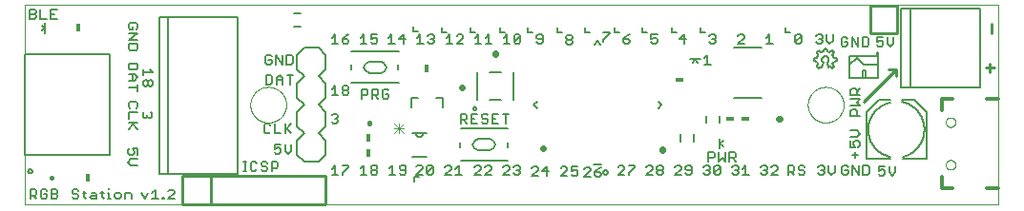
<source format=gto>
G75*
%MOIN*%
%OFA0B0*%
%FSLAX25Y25*%
%IPPOS*%
%LPD*%
%AMOC8*
5,1,8,0,0,1.08239X$1,22.5*
%
%ADD10C,0.00000*%
%ADD11C,0.01000*%
%ADD12C,0.00700*%
%ADD13C,0.02200*%
%ADD14R,0.03000X0.01800*%
%ADD15C,0.00800*%
%ADD16R,0.01800X0.03000*%
%ADD17C,0.00600*%
%ADD18C,0.00500*%
%ADD19C,0.00300*%
%ADD20C,0.01500*%
%ADD21R,0.01500X0.03000*%
%ADD22C,0.01200*%
%ADD23C,0.00799*%
D10*
X0016926Y0012600D02*
X0016926Y0082600D01*
X0356926Y0082600D01*
X0356926Y0012600D01*
X0016926Y0012600D01*
X0095676Y0047600D02*
X0095678Y0047758D01*
X0095684Y0047915D01*
X0095694Y0048073D01*
X0095708Y0048230D01*
X0095726Y0048386D01*
X0095747Y0048543D01*
X0095773Y0048698D01*
X0095803Y0048853D01*
X0095836Y0049007D01*
X0095874Y0049160D01*
X0095915Y0049313D01*
X0095960Y0049464D01*
X0096009Y0049614D01*
X0096062Y0049762D01*
X0096118Y0049910D01*
X0096179Y0050055D01*
X0096242Y0050200D01*
X0096310Y0050342D01*
X0096381Y0050483D01*
X0096455Y0050622D01*
X0096533Y0050759D01*
X0096615Y0050894D01*
X0096699Y0051027D01*
X0096788Y0051158D01*
X0096879Y0051286D01*
X0096974Y0051413D01*
X0097071Y0051536D01*
X0097172Y0051658D01*
X0097276Y0051776D01*
X0097383Y0051892D01*
X0097493Y0052005D01*
X0097605Y0052116D01*
X0097721Y0052223D01*
X0097839Y0052328D01*
X0097959Y0052430D01*
X0098082Y0052528D01*
X0098208Y0052624D01*
X0098336Y0052716D01*
X0098466Y0052805D01*
X0098598Y0052891D01*
X0098733Y0052973D01*
X0098870Y0053052D01*
X0099008Y0053127D01*
X0099148Y0053199D01*
X0099291Y0053267D01*
X0099434Y0053332D01*
X0099580Y0053393D01*
X0099727Y0053450D01*
X0099875Y0053504D01*
X0100025Y0053554D01*
X0100175Y0053600D01*
X0100327Y0053642D01*
X0100480Y0053681D01*
X0100634Y0053715D01*
X0100789Y0053746D01*
X0100944Y0053772D01*
X0101100Y0053795D01*
X0101257Y0053814D01*
X0101414Y0053829D01*
X0101571Y0053840D01*
X0101729Y0053847D01*
X0101887Y0053850D01*
X0102044Y0053849D01*
X0102202Y0053844D01*
X0102359Y0053835D01*
X0102517Y0053822D01*
X0102673Y0053805D01*
X0102830Y0053784D01*
X0102985Y0053760D01*
X0103140Y0053731D01*
X0103295Y0053698D01*
X0103448Y0053662D01*
X0103601Y0053621D01*
X0103752Y0053577D01*
X0103902Y0053529D01*
X0104051Y0053478D01*
X0104199Y0053422D01*
X0104345Y0053363D01*
X0104490Y0053300D01*
X0104633Y0053233D01*
X0104774Y0053163D01*
X0104913Y0053090D01*
X0105051Y0053013D01*
X0105187Y0052932D01*
X0105320Y0052848D01*
X0105451Y0052761D01*
X0105580Y0052670D01*
X0105707Y0052576D01*
X0105832Y0052479D01*
X0105953Y0052379D01*
X0106073Y0052276D01*
X0106189Y0052170D01*
X0106303Y0052061D01*
X0106415Y0051949D01*
X0106523Y0051835D01*
X0106628Y0051717D01*
X0106731Y0051597D01*
X0106830Y0051475D01*
X0106926Y0051350D01*
X0107019Y0051222D01*
X0107109Y0051093D01*
X0107195Y0050961D01*
X0107279Y0050827D01*
X0107358Y0050691D01*
X0107435Y0050553D01*
X0107507Y0050413D01*
X0107576Y0050271D01*
X0107642Y0050128D01*
X0107704Y0049983D01*
X0107762Y0049836D01*
X0107817Y0049688D01*
X0107868Y0049539D01*
X0107915Y0049388D01*
X0107958Y0049237D01*
X0107997Y0049084D01*
X0108033Y0048930D01*
X0108064Y0048776D01*
X0108092Y0048621D01*
X0108116Y0048465D01*
X0108136Y0048308D01*
X0108152Y0048151D01*
X0108164Y0047994D01*
X0108172Y0047837D01*
X0108176Y0047679D01*
X0108176Y0047521D01*
X0108172Y0047363D01*
X0108164Y0047206D01*
X0108152Y0047049D01*
X0108136Y0046892D01*
X0108116Y0046735D01*
X0108092Y0046579D01*
X0108064Y0046424D01*
X0108033Y0046270D01*
X0107997Y0046116D01*
X0107958Y0045963D01*
X0107915Y0045812D01*
X0107868Y0045661D01*
X0107817Y0045512D01*
X0107762Y0045364D01*
X0107704Y0045217D01*
X0107642Y0045072D01*
X0107576Y0044929D01*
X0107507Y0044787D01*
X0107435Y0044647D01*
X0107358Y0044509D01*
X0107279Y0044373D01*
X0107195Y0044239D01*
X0107109Y0044107D01*
X0107019Y0043978D01*
X0106926Y0043850D01*
X0106830Y0043725D01*
X0106731Y0043603D01*
X0106628Y0043483D01*
X0106523Y0043365D01*
X0106415Y0043251D01*
X0106303Y0043139D01*
X0106189Y0043030D01*
X0106073Y0042924D01*
X0105953Y0042821D01*
X0105832Y0042721D01*
X0105707Y0042624D01*
X0105580Y0042530D01*
X0105451Y0042439D01*
X0105320Y0042352D01*
X0105187Y0042268D01*
X0105051Y0042187D01*
X0104913Y0042110D01*
X0104774Y0042037D01*
X0104633Y0041967D01*
X0104490Y0041900D01*
X0104345Y0041837D01*
X0104199Y0041778D01*
X0104051Y0041722D01*
X0103902Y0041671D01*
X0103752Y0041623D01*
X0103601Y0041579D01*
X0103448Y0041538D01*
X0103295Y0041502D01*
X0103140Y0041469D01*
X0102985Y0041440D01*
X0102830Y0041416D01*
X0102673Y0041395D01*
X0102517Y0041378D01*
X0102359Y0041365D01*
X0102202Y0041356D01*
X0102044Y0041351D01*
X0101887Y0041350D01*
X0101729Y0041353D01*
X0101571Y0041360D01*
X0101414Y0041371D01*
X0101257Y0041386D01*
X0101100Y0041405D01*
X0100944Y0041428D01*
X0100789Y0041454D01*
X0100634Y0041485D01*
X0100480Y0041519D01*
X0100327Y0041558D01*
X0100175Y0041600D01*
X0100025Y0041646D01*
X0099875Y0041696D01*
X0099727Y0041750D01*
X0099580Y0041807D01*
X0099434Y0041868D01*
X0099291Y0041933D01*
X0099148Y0042001D01*
X0099008Y0042073D01*
X0098870Y0042148D01*
X0098733Y0042227D01*
X0098598Y0042309D01*
X0098466Y0042395D01*
X0098336Y0042484D01*
X0098208Y0042576D01*
X0098082Y0042672D01*
X0097959Y0042770D01*
X0097839Y0042872D01*
X0097721Y0042977D01*
X0097605Y0043084D01*
X0097493Y0043195D01*
X0097383Y0043308D01*
X0097276Y0043424D01*
X0097172Y0043542D01*
X0097071Y0043664D01*
X0096974Y0043787D01*
X0096879Y0043914D01*
X0096788Y0044042D01*
X0096699Y0044173D01*
X0096615Y0044306D01*
X0096533Y0044441D01*
X0096455Y0044578D01*
X0096381Y0044717D01*
X0096310Y0044858D01*
X0096242Y0045000D01*
X0096179Y0045145D01*
X0096118Y0045290D01*
X0096062Y0045438D01*
X0096009Y0045586D01*
X0095960Y0045736D01*
X0095915Y0045887D01*
X0095874Y0046040D01*
X0095836Y0046193D01*
X0095803Y0046347D01*
X0095773Y0046502D01*
X0095747Y0046657D01*
X0095726Y0046814D01*
X0095708Y0046970D01*
X0095694Y0047127D01*
X0095684Y0047285D01*
X0095678Y0047442D01*
X0095676Y0047600D01*
X0290376Y0047600D02*
X0290378Y0047758D01*
X0290384Y0047915D01*
X0290394Y0048073D01*
X0290408Y0048230D01*
X0290426Y0048386D01*
X0290447Y0048543D01*
X0290473Y0048698D01*
X0290503Y0048853D01*
X0290536Y0049007D01*
X0290574Y0049160D01*
X0290615Y0049313D01*
X0290660Y0049464D01*
X0290709Y0049614D01*
X0290762Y0049762D01*
X0290818Y0049910D01*
X0290879Y0050055D01*
X0290942Y0050200D01*
X0291010Y0050342D01*
X0291081Y0050483D01*
X0291155Y0050622D01*
X0291233Y0050759D01*
X0291315Y0050894D01*
X0291399Y0051027D01*
X0291488Y0051158D01*
X0291579Y0051286D01*
X0291674Y0051413D01*
X0291771Y0051536D01*
X0291872Y0051658D01*
X0291976Y0051776D01*
X0292083Y0051892D01*
X0292193Y0052005D01*
X0292305Y0052116D01*
X0292421Y0052223D01*
X0292539Y0052328D01*
X0292659Y0052430D01*
X0292782Y0052528D01*
X0292908Y0052624D01*
X0293036Y0052716D01*
X0293166Y0052805D01*
X0293298Y0052891D01*
X0293433Y0052973D01*
X0293570Y0053052D01*
X0293708Y0053127D01*
X0293848Y0053199D01*
X0293991Y0053267D01*
X0294134Y0053332D01*
X0294280Y0053393D01*
X0294427Y0053450D01*
X0294575Y0053504D01*
X0294725Y0053554D01*
X0294875Y0053600D01*
X0295027Y0053642D01*
X0295180Y0053681D01*
X0295334Y0053715D01*
X0295489Y0053746D01*
X0295644Y0053772D01*
X0295800Y0053795D01*
X0295957Y0053814D01*
X0296114Y0053829D01*
X0296271Y0053840D01*
X0296429Y0053847D01*
X0296587Y0053850D01*
X0296744Y0053849D01*
X0296902Y0053844D01*
X0297059Y0053835D01*
X0297217Y0053822D01*
X0297373Y0053805D01*
X0297530Y0053784D01*
X0297685Y0053760D01*
X0297840Y0053731D01*
X0297995Y0053698D01*
X0298148Y0053662D01*
X0298301Y0053621D01*
X0298452Y0053577D01*
X0298602Y0053529D01*
X0298751Y0053478D01*
X0298899Y0053422D01*
X0299045Y0053363D01*
X0299190Y0053300D01*
X0299333Y0053233D01*
X0299474Y0053163D01*
X0299613Y0053090D01*
X0299751Y0053013D01*
X0299887Y0052932D01*
X0300020Y0052848D01*
X0300151Y0052761D01*
X0300280Y0052670D01*
X0300407Y0052576D01*
X0300532Y0052479D01*
X0300653Y0052379D01*
X0300773Y0052276D01*
X0300889Y0052170D01*
X0301003Y0052061D01*
X0301115Y0051949D01*
X0301223Y0051835D01*
X0301328Y0051717D01*
X0301431Y0051597D01*
X0301530Y0051475D01*
X0301626Y0051350D01*
X0301719Y0051222D01*
X0301809Y0051093D01*
X0301895Y0050961D01*
X0301979Y0050827D01*
X0302058Y0050691D01*
X0302135Y0050553D01*
X0302207Y0050413D01*
X0302276Y0050271D01*
X0302342Y0050128D01*
X0302404Y0049983D01*
X0302462Y0049836D01*
X0302517Y0049688D01*
X0302568Y0049539D01*
X0302615Y0049388D01*
X0302658Y0049237D01*
X0302697Y0049084D01*
X0302733Y0048930D01*
X0302764Y0048776D01*
X0302792Y0048621D01*
X0302816Y0048465D01*
X0302836Y0048308D01*
X0302852Y0048151D01*
X0302864Y0047994D01*
X0302872Y0047837D01*
X0302876Y0047679D01*
X0302876Y0047521D01*
X0302872Y0047363D01*
X0302864Y0047206D01*
X0302852Y0047049D01*
X0302836Y0046892D01*
X0302816Y0046735D01*
X0302792Y0046579D01*
X0302764Y0046424D01*
X0302733Y0046270D01*
X0302697Y0046116D01*
X0302658Y0045963D01*
X0302615Y0045812D01*
X0302568Y0045661D01*
X0302517Y0045512D01*
X0302462Y0045364D01*
X0302404Y0045217D01*
X0302342Y0045072D01*
X0302276Y0044929D01*
X0302207Y0044787D01*
X0302135Y0044647D01*
X0302058Y0044509D01*
X0301979Y0044373D01*
X0301895Y0044239D01*
X0301809Y0044107D01*
X0301719Y0043978D01*
X0301626Y0043850D01*
X0301530Y0043725D01*
X0301431Y0043603D01*
X0301328Y0043483D01*
X0301223Y0043365D01*
X0301115Y0043251D01*
X0301003Y0043139D01*
X0300889Y0043030D01*
X0300773Y0042924D01*
X0300653Y0042821D01*
X0300532Y0042721D01*
X0300407Y0042624D01*
X0300280Y0042530D01*
X0300151Y0042439D01*
X0300020Y0042352D01*
X0299887Y0042268D01*
X0299751Y0042187D01*
X0299613Y0042110D01*
X0299474Y0042037D01*
X0299333Y0041967D01*
X0299190Y0041900D01*
X0299045Y0041837D01*
X0298899Y0041778D01*
X0298751Y0041722D01*
X0298602Y0041671D01*
X0298452Y0041623D01*
X0298301Y0041579D01*
X0298148Y0041538D01*
X0297995Y0041502D01*
X0297840Y0041469D01*
X0297685Y0041440D01*
X0297530Y0041416D01*
X0297373Y0041395D01*
X0297217Y0041378D01*
X0297059Y0041365D01*
X0296902Y0041356D01*
X0296744Y0041351D01*
X0296587Y0041350D01*
X0296429Y0041353D01*
X0296271Y0041360D01*
X0296114Y0041371D01*
X0295957Y0041386D01*
X0295800Y0041405D01*
X0295644Y0041428D01*
X0295489Y0041454D01*
X0295334Y0041485D01*
X0295180Y0041519D01*
X0295027Y0041558D01*
X0294875Y0041600D01*
X0294725Y0041646D01*
X0294575Y0041696D01*
X0294427Y0041750D01*
X0294280Y0041807D01*
X0294134Y0041868D01*
X0293991Y0041933D01*
X0293848Y0042001D01*
X0293708Y0042073D01*
X0293570Y0042148D01*
X0293433Y0042227D01*
X0293298Y0042309D01*
X0293166Y0042395D01*
X0293036Y0042484D01*
X0292908Y0042576D01*
X0292782Y0042672D01*
X0292659Y0042770D01*
X0292539Y0042872D01*
X0292421Y0042977D01*
X0292305Y0043084D01*
X0292193Y0043195D01*
X0292083Y0043308D01*
X0291976Y0043424D01*
X0291872Y0043542D01*
X0291771Y0043664D01*
X0291674Y0043787D01*
X0291579Y0043914D01*
X0291488Y0044042D01*
X0291399Y0044173D01*
X0291315Y0044306D01*
X0291233Y0044441D01*
X0291155Y0044578D01*
X0291081Y0044717D01*
X0291010Y0044858D01*
X0290942Y0045000D01*
X0290879Y0045145D01*
X0290818Y0045290D01*
X0290762Y0045438D01*
X0290709Y0045586D01*
X0290660Y0045736D01*
X0290615Y0045887D01*
X0290574Y0046040D01*
X0290536Y0046193D01*
X0290503Y0046347D01*
X0290473Y0046502D01*
X0290447Y0046657D01*
X0290426Y0046814D01*
X0290408Y0046970D01*
X0290394Y0047127D01*
X0290384Y0047285D01*
X0290378Y0047442D01*
X0290376Y0047600D01*
X0338591Y0041480D02*
X0338593Y0041561D01*
X0338599Y0041643D01*
X0338609Y0041724D01*
X0338623Y0041804D01*
X0338640Y0041883D01*
X0338662Y0041962D01*
X0338687Y0042039D01*
X0338716Y0042116D01*
X0338749Y0042190D01*
X0338786Y0042263D01*
X0338825Y0042334D01*
X0338869Y0042403D01*
X0338915Y0042470D01*
X0338965Y0042534D01*
X0339018Y0042596D01*
X0339074Y0042656D01*
X0339132Y0042712D01*
X0339194Y0042766D01*
X0339258Y0042817D01*
X0339324Y0042864D01*
X0339392Y0042908D01*
X0339463Y0042949D01*
X0339535Y0042986D01*
X0339610Y0043020D01*
X0339685Y0043050D01*
X0339763Y0043076D01*
X0339841Y0043099D01*
X0339920Y0043117D01*
X0340000Y0043132D01*
X0340081Y0043143D01*
X0340162Y0043150D01*
X0340244Y0043153D01*
X0340325Y0043152D01*
X0340406Y0043147D01*
X0340487Y0043138D01*
X0340568Y0043125D01*
X0340648Y0043108D01*
X0340726Y0043088D01*
X0340804Y0043063D01*
X0340881Y0043035D01*
X0340956Y0043003D01*
X0341029Y0042968D01*
X0341100Y0042929D01*
X0341170Y0042886D01*
X0341237Y0042841D01*
X0341303Y0042792D01*
X0341365Y0042740D01*
X0341425Y0042684D01*
X0341482Y0042626D01*
X0341537Y0042566D01*
X0341588Y0042502D01*
X0341636Y0042437D01*
X0341681Y0042369D01*
X0341723Y0042299D01*
X0341761Y0042227D01*
X0341796Y0042153D01*
X0341827Y0042078D01*
X0341854Y0042001D01*
X0341877Y0041923D01*
X0341897Y0041844D01*
X0341913Y0041764D01*
X0341925Y0041683D01*
X0341933Y0041602D01*
X0341937Y0041521D01*
X0341937Y0041439D01*
X0341933Y0041358D01*
X0341925Y0041277D01*
X0341913Y0041196D01*
X0341897Y0041116D01*
X0341877Y0041037D01*
X0341854Y0040959D01*
X0341827Y0040882D01*
X0341796Y0040807D01*
X0341761Y0040733D01*
X0341723Y0040661D01*
X0341681Y0040591D01*
X0341636Y0040523D01*
X0341588Y0040458D01*
X0341537Y0040394D01*
X0341482Y0040334D01*
X0341425Y0040276D01*
X0341365Y0040220D01*
X0341303Y0040168D01*
X0341237Y0040119D01*
X0341170Y0040074D01*
X0341101Y0040031D01*
X0341029Y0039992D01*
X0340956Y0039957D01*
X0340881Y0039925D01*
X0340804Y0039897D01*
X0340726Y0039872D01*
X0340648Y0039852D01*
X0340568Y0039835D01*
X0340487Y0039822D01*
X0340406Y0039813D01*
X0340325Y0039808D01*
X0340244Y0039807D01*
X0340162Y0039810D01*
X0340081Y0039817D01*
X0340000Y0039828D01*
X0339920Y0039843D01*
X0339841Y0039861D01*
X0339763Y0039884D01*
X0339685Y0039910D01*
X0339610Y0039940D01*
X0339535Y0039974D01*
X0339463Y0040011D01*
X0339392Y0040052D01*
X0339324Y0040096D01*
X0339258Y0040143D01*
X0339194Y0040194D01*
X0339132Y0040248D01*
X0339074Y0040304D01*
X0339018Y0040364D01*
X0338965Y0040426D01*
X0338915Y0040490D01*
X0338869Y0040557D01*
X0338825Y0040626D01*
X0338786Y0040697D01*
X0338749Y0040770D01*
X0338716Y0040844D01*
X0338687Y0040921D01*
X0338662Y0040998D01*
X0338640Y0041077D01*
X0338623Y0041156D01*
X0338609Y0041236D01*
X0338599Y0041317D01*
X0338593Y0041399D01*
X0338591Y0041480D01*
X0338591Y0026520D02*
X0338593Y0026601D01*
X0338599Y0026683D01*
X0338609Y0026764D01*
X0338623Y0026844D01*
X0338640Y0026923D01*
X0338662Y0027002D01*
X0338687Y0027079D01*
X0338716Y0027156D01*
X0338749Y0027230D01*
X0338786Y0027303D01*
X0338825Y0027374D01*
X0338869Y0027443D01*
X0338915Y0027510D01*
X0338965Y0027574D01*
X0339018Y0027636D01*
X0339074Y0027696D01*
X0339132Y0027752D01*
X0339194Y0027806D01*
X0339258Y0027857D01*
X0339324Y0027904D01*
X0339392Y0027948D01*
X0339463Y0027989D01*
X0339535Y0028026D01*
X0339610Y0028060D01*
X0339685Y0028090D01*
X0339763Y0028116D01*
X0339841Y0028139D01*
X0339920Y0028157D01*
X0340000Y0028172D01*
X0340081Y0028183D01*
X0340162Y0028190D01*
X0340244Y0028193D01*
X0340325Y0028192D01*
X0340406Y0028187D01*
X0340487Y0028178D01*
X0340568Y0028165D01*
X0340648Y0028148D01*
X0340726Y0028128D01*
X0340804Y0028103D01*
X0340881Y0028075D01*
X0340956Y0028043D01*
X0341029Y0028008D01*
X0341100Y0027969D01*
X0341170Y0027926D01*
X0341237Y0027881D01*
X0341303Y0027832D01*
X0341365Y0027780D01*
X0341425Y0027724D01*
X0341482Y0027666D01*
X0341537Y0027606D01*
X0341588Y0027542D01*
X0341636Y0027477D01*
X0341681Y0027409D01*
X0341723Y0027339D01*
X0341761Y0027267D01*
X0341796Y0027193D01*
X0341827Y0027118D01*
X0341854Y0027041D01*
X0341877Y0026963D01*
X0341897Y0026884D01*
X0341913Y0026804D01*
X0341925Y0026723D01*
X0341933Y0026642D01*
X0341937Y0026561D01*
X0341937Y0026479D01*
X0341933Y0026398D01*
X0341925Y0026317D01*
X0341913Y0026236D01*
X0341897Y0026156D01*
X0341877Y0026077D01*
X0341854Y0025999D01*
X0341827Y0025922D01*
X0341796Y0025847D01*
X0341761Y0025773D01*
X0341723Y0025701D01*
X0341681Y0025631D01*
X0341636Y0025563D01*
X0341588Y0025498D01*
X0341537Y0025434D01*
X0341482Y0025374D01*
X0341425Y0025316D01*
X0341365Y0025260D01*
X0341303Y0025208D01*
X0341237Y0025159D01*
X0341170Y0025114D01*
X0341101Y0025071D01*
X0341029Y0025032D01*
X0340956Y0024997D01*
X0340881Y0024965D01*
X0340804Y0024937D01*
X0340726Y0024912D01*
X0340648Y0024892D01*
X0340568Y0024875D01*
X0340487Y0024862D01*
X0340406Y0024853D01*
X0340325Y0024848D01*
X0340244Y0024847D01*
X0340162Y0024850D01*
X0340081Y0024857D01*
X0340000Y0024868D01*
X0339920Y0024883D01*
X0339841Y0024901D01*
X0339763Y0024924D01*
X0339685Y0024950D01*
X0339610Y0024980D01*
X0339535Y0025014D01*
X0339463Y0025051D01*
X0339392Y0025092D01*
X0339324Y0025136D01*
X0339258Y0025183D01*
X0339194Y0025234D01*
X0339132Y0025288D01*
X0339074Y0025344D01*
X0339018Y0025404D01*
X0338965Y0025466D01*
X0338915Y0025530D01*
X0338869Y0025597D01*
X0338825Y0025666D01*
X0338786Y0025737D01*
X0338749Y0025810D01*
X0338716Y0025884D01*
X0338687Y0025961D01*
X0338662Y0026038D01*
X0338640Y0026117D01*
X0338623Y0026196D01*
X0338609Y0026276D01*
X0338599Y0026357D01*
X0338593Y0026439D01*
X0338591Y0026520D01*
D11*
X0309926Y0048800D02*
X0321126Y0060000D01*
X0321126Y0057600D01*
X0321126Y0060000D02*
X0318526Y0060000D01*
X0352426Y0060602D02*
X0355495Y0060602D01*
X0353960Y0062137D02*
X0353960Y0059067D01*
X0354728Y0072831D02*
X0354728Y0075900D01*
X0321526Y0072600D02*
X0321526Y0082200D01*
X0312126Y0082200D01*
X0312126Y0072600D01*
X0321526Y0072600D01*
X0121926Y0022600D02*
X0121926Y0012600D01*
X0081926Y0012600D01*
X0071926Y0012600D01*
X0071926Y0022600D01*
X0081926Y0022600D01*
X0081926Y0012600D01*
X0081926Y0022600D02*
X0121926Y0022600D01*
D12*
X0124076Y0022950D02*
X0126277Y0022950D01*
X0125177Y0022950D02*
X0125177Y0026253D01*
X0124076Y0025152D01*
X0127759Y0026253D02*
X0129961Y0026253D01*
X0129961Y0025702D01*
X0127759Y0023500D01*
X0127759Y0022950D01*
X0134076Y0023150D02*
X0136277Y0023150D01*
X0135177Y0023150D02*
X0135177Y0026453D01*
X0134076Y0025352D01*
X0137759Y0025352D02*
X0138309Y0024801D01*
X0139410Y0024801D01*
X0139961Y0024251D01*
X0139961Y0023700D01*
X0139410Y0023150D01*
X0138309Y0023150D01*
X0137759Y0023700D01*
X0137759Y0024251D01*
X0138309Y0024801D01*
X0137759Y0025352D02*
X0137759Y0025902D01*
X0138309Y0026453D01*
X0139410Y0026453D01*
X0139961Y0025902D01*
X0139961Y0025352D01*
X0139410Y0024801D01*
X0144076Y0025352D02*
X0145177Y0026453D01*
X0145177Y0023150D01*
X0146277Y0023150D02*
X0144076Y0023150D01*
X0147759Y0023700D02*
X0148309Y0023150D01*
X0149410Y0023150D01*
X0149961Y0023700D01*
X0149961Y0025902D01*
X0149410Y0026453D01*
X0148309Y0026453D01*
X0147759Y0025902D01*
X0147759Y0025352D01*
X0148309Y0024801D01*
X0149961Y0024801D01*
X0153676Y0025902D02*
X0154226Y0026453D01*
X0155327Y0026453D01*
X0155877Y0025902D01*
X0155877Y0025352D01*
X0153676Y0023150D01*
X0155877Y0023150D01*
X0157359Y0023700D02*
X0159561Y0025902D01*
X0159561Y0023700D01*
X0159010Y0023150D01*
X0157909Y0023150D01*
X0157359Y0023700D01*
X0157359Y0025902D01*
X0157909Y0026453D01*
X0159010Y0026453D01*
X0159561Y0025902D01*
X0163676Y0025702D02*
X0164226Y0026253D01*
X0165327Y0026253D01*
X0165877Y0025702D01*
X0165877Y0025152D01*
X0163676Y0022950D01*
X0165877Y0022950D01*
X0167359Y0022950D02*
X0169561Y0022950D01*
X0168460Y0022950D02*
X0168460Y0026253D01*
X0167359Y0025152D01*
X0173876Y0025702D02*
X0174426Y0026253D01*
X0175527Y0026253D01*
X0176077Y0025702D01*
X0176077Y0025152D01*
X0173876Y0022950D01*
X0176077Y0022950D01*
X0177559Y0022950D02*
X0179761Y0025152D01*
X0179761Y0025702D01*
X0179210Y0026253D01*
X0178109Y0026253D01*
X0177559Y0025702D01*
X0177559Y0022950D02*
X0179761Y0022950D01*
X0183876Y0022950D02*
X0186077Y0025152D01*
X0186077Y0025702D01*
X0185527Y0026253D01*
X0184426Y0026253D01*
X0183876Y0025702D01*
X0187559Y0025702D02*
X0188109Y0026253D01*
X0189210Y0026253D01*
X0189761Y0025702D01*
X0189761Y0025152D01*
X0189210Y0024601D01*
X0189761Y0024051D01*
X0189761Y0023500D01*
X0189210Y0022950D01*
X0188109Y0022950D01*
X0187559Y0023500D01*
X0188660Y0024601D02*
X0189210Y0024601D01*
X0186077Y0022950D02*
X0183876Y0022950D01*
X0193876Y0022550D02*
X0196077Y0024752D01*
X0196077Y0025302D01*
X0195527Y0025853D01*
X0194426Y0025853D01*
X0193876Y0025302D01*
X0197559Y0024201D02*
X0199761Y0024201D01*
X0199210Y0022550D02*
X0199210Y0025853D01*
X0197559Y0024201D01*
X0196077Y0022550D02*
X0193876Y0022550D01*
X0204076Y0022550D02*
X0206277Y0024752D01*
X0206277Y0025302D01*
X0205727Y0025853D01*
X0204626Y0025853D01*
X0204076Y0025302D01*
X0207759Y0025853D02*
X0207759Y0024201D01*
X0208860Y0024752D01*
X0209410Y0024752D01*
X0209961Y0024201D01*
X0209961Y0023100D01*
X0209410Y0022550D01*
X0208309Y0022550D01*
X0207759Y0023100D01*
X0206277Y0022550D02*
X0204076Y0022550D01*
X0212276Y0022350D02*
X0214477Y0024552D01*
X0214477Y0025102D01*
X0213927Y0025653D01*
X0212826Y0025653D01*
X0212276Y0025102D01*
X0209961Y0025853D02*
X0207759Y0025853D01*
X0215959Y0024001D02*
X0215959Y0022900D01*
X0216509Y0022350D01*
X0217610Y0022350D01*
X0218161Y0022900D01*
X0218161Y0023451D01*
X0217610Y0024001D01*
X0215959Y0024001D01*
X0217060Y0025102D01*
X0218161Y0025653D01*
X0224076Y0025702D02*
X0224626Y0026253D01*
X0225727Y0026253D01*
X0226277Y0025702D01*
X0226277Y0025152D01*
X0224076Y0022950D01*
X0226277Y0022950D01*
X0227759Y0022950D02*
X0227759Y0023500D01*
X0229961Y0025702D01*
X0229961Y0026253D01*
X0227759Y0026253D01*
X0233876Y0025702D02*
X0234426Y0026253D01*
X0235527Y0026253D01*
X0236077Y0025702D01*
X0236077Y0025152D01*
X0233876Y0022950D01*
X0236077Y0022950D01*
X0237559Y0023500D02*
X0237559Y0024051D01*
X0238109Y0024601D01*
X0239210Y0024601D01*
X0239761Y0024051D01*
X0239761Y0023500D01*
X0239210Y0022950D01*
X0238109Y0022950D01*
X0237559Y0023500D01*
X0238109Y0024601D02*
X0237559Y0025152D01*
X0237559Y0025702D01*
X0238109Y0026253D01*
X0239210Y0026253D01*
X0239761Y0025702D01*
X0239761Y0025152D01*
X0239210Y0024601D01*
X0243876Y0025702D02*
X0244426Y0026253D01*
X0245527Y0026253D01*
X0246077Y0025702D01*
X0246077Y0025152D01*
X0243876Y0022950D01*
X0246077Y0022950D01*
X0247559Y0023500D02*
X0248109Y0022950D01*
X0249210Y0022950D01*
X0249761Y0023500D01*
X0249761Y0025702D01*
X0249210Y0026253D01*
X0248109Y0026253D01*
X0247559Y0025702D01*
X0247559Y0025152D01*
X0248109Y0024601D01*
X0249761Y0024601D01*
X0253876Y0023500D02*
X0254426Y0022950D01*
X0255527Y0022950D01*
X0256077Y0023500D01*
X0256077Y0024051D01*
X0255527Y0024601D01*
X0254977Y0024601D01*
X0255527Y0024601D02*
X0256077Y0025152D01*
X0256077Y0025702D01*
X0255527Y0026253D01*
X0254426Y0026253D01*
X0253876Y0025702D01*
X0257559Y0025702D02*
X0258109Y0026253D01*
X0259210Y0026253D01*
X0259761Y0025702D01*
X0257559Y0023500D01*
X0258109Y0022950D01*
X0259210Y0022950D01*
X0259761Y0023500D01*
X0259761Y0025702D01*
X0257559Y0025702D02*
X0257559Y0023500D01*
X0263876Y0023500D02*
X0264426Y0022950D01*
X0265527Y0022950D01*
X0266077Y0023500D01*
X0266077Y0024051D01*
X0265527Y0024601D01*
X0264977Y0024601D01*
X0265527Y0024601D02*
X0266077Y0025152D01*
X0266077Y0025702D01*
X0265527Y0026253D01*
X0264426Y0026253D01*
X0263876Y0025702D01*
X0267559Y0025152D02*
X0268660Y0026253D01*
X0268660Y0022950D01*
X0267559Y0022950D02*
X0269761Y0022950D01*
X0273876Y0023500D02*
X0274426Y0022950D01*
X0275527Y0022950D01*
X0276077Y0023500D01*
X0276077Y0024051D01*
X0275527Y0024601D01*
X0274977Y0024601D01*
X0275527Y0024601D02*
X0276077Y0025152D01*
X0276077Y0025702D01*
X0275527Y0026253D01*
X0274426Y0026253D01*
X0273876Y0025702D01*
X0277559Y0025702D02*
X0278109Y0026253D01*
X0279210Y0026253D01*
X0279761Y0025702D01*
X0279761Y0025152D01*
X0277559Y0022950D01*
X0279761Y0022950D01*
X0283476Y0022950D02*
X0283476Y0026253D01*
X0285127Y0026253D01*
X0285677Y0025702D01*
X0285677Y0024601D01*
X0285127Y0024051D01*
X0283476Y0024051D01*
X0284577Y0024051D02*
X0285677Y0022950D01*
X0287159Y0023500D02*
X0287709Y0022950D01*
X0288810Y0022950D01*
X0289361Y0023500D01*
X0289361Y0024051D01*
X0288810Y0024601D01*
X0287709Y0024601D01*
X0287159Y0025152D01*
X0287159Y0025702D01*
X0287709Y0026253D01*
X0288810Y0026253D01*
X0289361Y0025702D01*
X0293876Y0025702D02*
X0294426Y0026253D01*
X0295527Y0026253D01*
X0296077Y0025702D01*
X0296077Y0025152D01*
X0295527Y0024601D01*
X0296077Y0024051D01*
X0296077Y0023500D01*
X0295527Y0022950D01*
X0294426Y0022950D01*
X0293876Y0023500D01*
X0294977Y0024601D02*
X0295527Y0024601D01*
X0297559Y0024051D02*
X0298660Y0022950D01*
X0299761Y0024051D01*
X0299761Y0026253D01*
X0297559Y0026253D02*
X0297559Y0024051D01*
X0302276Y0023500D02*
X0302826Y0022950D01*
X0303927Y0022950D01*
X0304477Y0023500D01*
X0304477Y0024601D01*
X0303377Y0024601D01*
X0304477Y0025702D02*
X0303927Y0026253D01*
X0302826Y0026253D01*
X0302276Y0025702D01*
X0302276Y0023500D01*
X0305959Y0022950D02*
X0305959Y0026253D01*
X0308161Y0022950D01*
X0308161Y0026253D01*
X0309642Y0026253D02*
X0311293Y0026253D01*
X0311844Y0025702D01*
X0311844Y0023500D01*
X0311293Y0022950D01*
X0309642Y0022950D01*
X0309642Y0026253D01*
X0306924Y0028950D02*
X0306924Y0031152D01*
X0306924Y0032633D02*
X0306374Y0033734D01*
X0306374Y0034285D01*
X0306924Y0034835D01*
X0308025Y0034835D01*
X0308576Y0034285D01*
X0308576Y0033184D01*
X0308025Y0032633D01*
X0306924Y0032633D02*
X0305273Y0032633D01*
X0305273Y0034835D01*
X0305273Y0036316D02*
X0307475Y0036316D01*
X0308576Y0037417D01*
X0307475Y0038518D01*
X0305273Y0038518D01*
X0305273Y0043683D02*
X0305273Y0045334D01*
X0305823Y0045884D01*
X0306924Y0045884D01*
X0307475Y0045334D01*
X0307475Y0043683D01*
X0308576Y0043683D02*
X0305273Y0043683D01*
X0305273Y0047366D02*
X0308576Y0047366D01*
X0307475Y0048467D01*
X0308576Y0049568D01*
X0305273Y0049568D01*
X0305273Y0051049D02*
X0305273Y0052700D01*
X0305823Y0053251D01*
X0306924Y0053251D01*
X0307475Y0052700D01*
X0307475Y0051049D01*
X0308576Y0051049D02*
X0305273Y0051049D01*
X0307475Y0052150D02*
X0308576Y0053251D01*
X0307961Y0067950D02*
X0307961Y0071253D01*
X0309442Y0071253D02*
X0311093Y0071253D01*
X0311644Y0070702D01*
X0311644Y0068500D01*
X0311093Y0067950D01*
X0309442Y0067950D01*
X0309442Y0071253D01*
X0307961Y0067950D02*
X0305759Y0071253D01*
X0305759Y0067950D01*
X0304277Y0068500D02*
X0304277Y0069601D01*
X0303177Y0069601D01*
X0304277Y0068500D02*
X0303727Y0067950D01*
X0302626Y0067950D01*
X0302076Y0068500D01*
X0302076Y0070702D01*
X0302626Y0071253D01*
X0303727Y0071253D01*
X0304277Y0070702D01*
X0299161Y0070051D02*
X0298060Y0068950D01*
X0296959Y0070051D01*
X0296959Y0072253D01*
X0295477Y0071702D02*
X0295477Y0071152D01*
X0294927Y0070601D01*
X0295477Y0070051D01*
X0295477Y0069500D01*
X0294927Y0068950D01*
X0293826Y0068950D01*
X0293276Y0069500D01*
X0294377Y0070601D02*
X0294927Y0070601D01*
X0295477Y0071702D02*
X0294927Y0072253D01*
X0293826Y0072253D01*
X0293276Y0071702D01*
X0299161Y0072253D02*
X0299161Y0070051D01*
X0288077Y0069500D02*
X0287527Y0068950D01*
X0286426Y0068950D01*
X0285876Y0069500D01*
X0288077Y0071702D01*
X0288077Y0069500D01*
X0285876Y0069500D02*
X0285876Y0071702D01*
X0286426Y0072253D01*
X0287527Y0072253D01*
X0288077Y0071702D01*
X0284274Y0072960D02*
X0282717Y0072960D01*
X0282717Y0074517D01*
X0276977Y0072253D02*
X0276977Y0068950D01*
X0278077Y0068950D02*
X0275876Y0068950D01*
X0275876Y0071152D02*
X0276977Y0072253D01*
X0268077Y0071702D02*
X0268077Y0071152D01*
X0265876Y0068950D01*
X0268077Y0068950D01*
X0268077Y0071702D02*
X0267527Y0072253D01*
X0266426Y0072253D01*
X0265876Y0071702D01*
X0258077Y0071702D02*
X0258077Y0071152D01*
X0257527Y0070601D01*
X0258077Y0070051D01*
X0258077Y0069500D01*
X0257527Y0068950D01*
X0256426Y0068950D01*
X0255876Y0069500D01*
X0256977Y0070601D02*
X0257527Y0070601D01*
X0258077Y0071702D02*
X0257527Y0072253D01*
X0256426Y0072253D01*
X0255876Y0071702D01*
X0254474Y0072960D02*
X0252917Y0072960D01*
X0252917Y0074517D01*
X0247327Y0072253D02*
X0245676Y0070601D01*
X0247877Y0070601D01*
X0247327Y0068950D02*
X0247327Y0072253D01*
X0244474Y0072960D02*
X0242917Y0072960D01*
X0242917Y0074517D01*
X0237877Y0072253D02*
X0235676Y0072253D01*
X0235676Y0070601D01*
X0236777Y0071152D01*
X0237327Y0071152D01*
X0237877Y0070601D01*
X0237877Y0069500D01*
X0237327Y0068950D01*
X0236226Y0068950D01*
X0235676Y0069500D01*
X0228077Y0069500D02*
X0227527Y0068950D01*
X0226426Y0068950D01*
X0225876Y0069500D01*
X0225876Y0070601D01*
X0227527Y0070601D01*
X0228077Y0070051D01*
X0228077Y0069500D01*
X0226977Y0071702D02*
X0225876Y0070601D01*
X0226977Y0071702D02*
X0228077Y0072253D01*
X0224474Y0072960D02*
X0222917Y0072960D01*
X0222917Y0074517D01*
X0221077Y0073053D02*
X0221077Y0072502D01*
X0218876Y0070300D01*
X0218876Y0069750D01*
X0218876Y0073053D02*
X0221077Y0073053D01*
X0214274Y0072960D02*
X0212717Y0072960D01*
X0212717Y0074517D01*
X0208077Y0071502D02*
X0208077Y0070952D01*
X0207527Y0070401D01*
X0206426Y0070401D01*
X0205876Y0070952D01*
X0205876Y0071502D01*
X0206426Y0072053D01*
X0207527Y0072053D01*
X0208077Y0071502D01*
X0207527Y0070401D02*
X0208077Y0069851D01*
X0208077Y0069300D01*
X0207527Y0068750D01*
X0206426Y0068750D01*
X0205876Y0069300D01*
X0205876Y0069851D01*
X0206426Y0070401D01*
X0204474Y0072960D02*
X0202917Y0072960D01*
X0202917Y0074517D01*
X0197877Y0071702D02*
X0197327Y0072253D01*
X0196226Y0072253D01*
X0195676Y0071702D01*
X0195676Y0071152D01*
X0196226Y0070601D01*
X0197877Y0070601D01*
X0197877Y0069500D02*
X0197877Y0071702D01*
X0194274Y0072960D02*
X0192717Y0072960D01*
X0192717Y0074517D01*
X0189961Y0071702D02*
X0187759Y0069500D01*
X0188309Y0068950D01*
X0189410Y0068950D01*
X0189961Y0069500D01*
X0189961Y0071702D01*
X0189410Y0072253D01*
X0188309Y0072253D01*
X0187759Y0071702D01*
X0187759Y0069500D01*
X0186277Y0068950D02*
X0184076Y0068950D01*
X0185177Y0068950D02*
X0185177Y0072253D01*
X0184076Y0071152D01*
X0178860Y0072253D02*
X0178860Y0068950D01*
X0177759Y0068950D02*
X0179961Y0068950D01*
X0176277Y0068950D02*
X0174076Y0068950D01*
X0175177Y0068950D02*
X0175177Y0072253D01*
X0174076Y0071152D01*
X0177759Y0071152D02*
X0178860Y0072253D01*
X0182917Y0072960D02*
X0182917Y0074517D01*
X0182917Y0072960D02*
X0184474Y0072960D01*
X0174274Y0072960D02*
X0172717Y0072960D01*
X0172717Y0074517D01*
X0169961Y0071702D02*
X0169410Y0072253D01*
X0168309Y0072253D01*
X0167759Y0071702D01*
X0169961Y0071702D02*
X0169961Y0071152D01*
X0167759Y0068950D01*
X0169961Y0068950D01*
X0166277Y0068950D02*
X0164076Y0068950D01*
X0165177Y0068950D02*
X0165177Y0072253D01*
X0164076Y0071152D01*
X0159761Y0071152D02*
X0159761Y0071702D01*
X0159210Y0072253D01*
X0158109Y0072253D01*
X0157559Y0071702D01*
X0158660Y0070601D02*
X0159210Y0070601D01*
X0159761Y0070051D01*
X0159761Y0069500D01*
X0159210Y0068950D01*
X0158109Y0068950D01*
X0157559Y0069500D01*
X0156077Y0068950D02*
X0153876Y0068950D01*
X0154977Y0068950D02*
X0154977Y0072253D01*
X0153876Y0071152D01*
X0149761Y0070601D02*
X0147559Y0070601D01*
X0149210Y0072253D01*
X0149210Y0068950D01*
X0146077Y0068950D02*
X0143876Y0068950D01*
X0144977Y0068950D02*
X0144977Y0072253D01*
X0143876Y0071152D01*
X0139961Y0070601D02*
X0139961Y0069500D01*
X0139410Y0068950D01*
X0138309Y0068950D01*
X0137759Y0069500D01*
X0137759Y0070601D02*
X0138860Y0071152D01*
X0139410Y0071152D01*
X0139961Y0070601D01*
X0139961Y0072253D02*
X0137759Y0072253D01*
X0137759Y0070601D01*
X0135177Y0068950D02*
X0135177Y0072253D01*
X0134076Y0071152D01*
X0129961Y0072253D02*
X0128860Y0071702D01*
X0127759Y0070601D01*
X0129410Y0070601D01*
X0129961Y0070051D01*
X0129961Y0069500D01*
X0129410Y0068950D01*
X0128309Y0068950D01*
X0127759Y0069500D01*
X0127759Y0070601D01*
X0125177Y0068950D02*
X0125177Y0072253D01*
X0124076Y0071152D01*
X0124076Y0068950D02*
X0126277Y0068950D01*
X0134076Y0068950D02*
X0136277Y0068950D01*
X0152517Y0073360D02*
X0152517Y0074917D01*
X0152517Y0073360D02*
X0154074Y0073360D01*
X0159210Y0070601D02*
X0159761Y0071152D01*
X0162717Y0072960D02*
X0162717Y0074517D01*
X0162717Y0072960D02*
X0164274Y0072960D01*
X0195676Y0069500D02*
X0196226Y0068950D01*
X0197327Y0068950D01*
X0197877Y0069500D01*
X0232717Y0072960D02*
X0232717Y0074517D01*
X0232717Y0072960D02*
X0234274Y0072960D01*
X0254276Y0063952D02*
X0255377Y0065053D01*
X0255377Y0061750D01*
X0256477Y0061750D02*
X0254276Y0061750D01*
X0314476Y0068500D02*
X0315026Y0067950D01*
X0316127Y0067950D01*
X0316677Y0068500D01*
X0316677Y0069601D01*
X0316127Y0070152D01*
X0315577Y0070152D01*
X0314476Y0069601D01*
X0314476Y0071253D01*
X0316677Y0071253D01*
X0318159Y0071253D02*
X0318159Y0069051D01*
X0319260Y0067950D01*
X0320361Y0069051D01*
X0320361Y0071253D01*
X0265244Y0030502D02*
X0264693Y0031053D01*
X0263042Y0031053D01*
X0263042Y0027750D01*
X0263042Y0028851D02*
X0264693Y0028851D01*
X0265244Y0029401D01*
X0265244Y0030502D01*
X0264143Y0028851D02*
X0265244Y0027750D01*
X0261561Y0027750D02*
X0260460Y0028851D01*
X0259359Y0027750D01*
X0259359Y0031053D01*
X0257877Y0030502D02*
X0257877Y0029401D01*
X0257327Y0028851D01*
X0255676Y0028851D01*
X0255676Y0027750D02*
X0255676Y0031053D01*
X0257327Y0031053D01*
X0257877Y0030502D01*
X0261561Y0031053D02*
X0261561Y0027750D01*
X0305823Y0030051D02*
X0308025Y0030051D01*
X0315076Y0026053D02*
X0315076Y0024401D01*
X0316177Y0024952D01*
X0316727Y0024952D01*
X0317277Y0024401D01*
X0317277Y0023300D01*
X0316727Y0022750D01*
X0315626Y0022750D01*
X0315076Y0023300D01*
X0318759Y0023851D02*
X0319860Y0022750D01*
X0320961Y0023851D01*
X0320961Y0026053D01*
X0318759Y0026053D02*
X0318759Y0023851D01*
X0317277Y0026053D02*
X0315076Y0026053D01*
X0214477Y0022350D02*
X0212276Y0022350D01*
X0184909Y0041150D02*
X0184909Y0044453D01*
X0183808Y0044453D02*
X0186010Y0044453D01*
X0182327Y0044453D02*
X0180125Y0044453D01*
X0180125Y0041150D01*
X0182327Y0041150D01*
X0181226Y0042801D02*
X0180125Y0042801D01*
X0178644Y0042251D02*
X0178644Y0041700D01*
X0178093Y0041150D01*
X0176992Y0041150D01*
X0176442Y0041700D01*
X0176992Y0042801D02*
X0178093Y0042801D01*
X0178644Y0042251D01*
X0178644Y0043902D02*
X0178093Y0044453D01*
X0176992Y0044453D01*
X0176442Y0043902D01*
X0176442Y0043352D01*
X0176992Y0042801D01*
X0174961Y0041150D02*
X0172759Y0041150D01*
X0172759Y0044453D01*
X0174961Y0044453D01*
X0171277Y0043902D02*
X0171277Y0042801D01*
X0170727Y0042251D01*
X0169076Y0042251D01*
X0170177Y0042251D02*
X0171277Y0041150D01*
X0169076Y0041150D02*
X0169076Y0044453D01*
X0170727Y0044453D01*
X0171277Y0043902D01*
X0172759Y0042801D02*
X0173860Y0042801D01*
X0144044Y0050300D02*
X0144044Y0051401D01*
X0142943Y0051401D01*
X0144044Y0050300D02*
X0143493Y0049750D01*
X0142392Y0049750D01*
X0141842Y0050300D01*
X0141842Y0052502D01*
X0142392Y0053053D01*
X0143493Y0053053D01*
X0144044Y0052502D01*
X0140361Y0052502D02*
X0140361Y0051401D01*
X0139810Y0050851D01*
X0138159Y0050851D01*
X0139260Y0050851D02*
X0140361Y0049750D01*
X0138159Y0049750D02*
X0138159Y0053053D01*
X0139810Y0053053D01*
X0140361Y0052502D01*
X0136677Y0052502D02*
X0136677Y0051401D01*
X0136127Y0050851D01*
X0134476Y0050851D01*
X0134476Y0049750D02*
X0134476Y0053053D01*
X0136127Y0053053D01*
X0136677Y0052502D01*
X0129961Y0052051D02*
X0129961Y0051500D01*
X0129410Y0050950D01*
X0128309Y0050950D01*
X0127759Y0051500D01*
X0127759Y0052051D01*
X0128309Y0052601D01*
X0129410Y0052601D01*
X0129961Y0052051D01*
X0129410Y0052601D02*
X0129961Y0053152D01*
X0129961Y0053702D01*
X0129410Y0054253D01*
X0128309Y0054253D01*
X0127759Y0053702D01*
X0127759Y0053152D01*
X0128309Y0052601D01*
X0125177Y0054253D02*
X0125177Y0050950D01*
X0126277Y0050950D02*
X0124076Y0050950D01*
X0124076Y0053152D02*
X0125177Y0054253D01*
X0110644Y0058053D02*
X0108442Y0058053D01*
X0109543Y0058053D02*
X0109543Y0054750D01*
X0106961Y0054750D02*
X0106961Y0056952D01*
X0105860Y0058053D01*
X0104759Y0056952D01*
X0104759Y0054750D01*
X0103277Y0055300D02*
X0103277Y0057502D01*
X0102727Y0058053D01*
X0101076Y0058053D01*
X0101076Y0054750D01*
X0102727Y0054750D01*
X0103277Y0055300D01*
X0104759Y0056401D02*
X0106961Y0056401D01*
X0106761Y0061750D02*
X0106761Y0065053D01*
X0108242Y0065053D02*
X0109893Y0065053D01*
X0110444Y0064502D01*
X0110444Y0062300D01*
X0109893Y0061750D01*
X0108242Y0061750D01*
X0108242Y0065053D01*
X0106761Y0061750D02*
X0104559Y0065053D01*
X0104559Y0061750D01*
X0103077Y0062300D02*
X0103077Y0063401D01*
X0101977Y0063401D01*
X0103077Y0062300D02*
X0102527Y0061750D01*
X0101426Y0061750D01*
X0100876Y0062300D01*
X0100876Y0064502D01*
X0101426Y0065053D01*
X0102527Y0065053D01*
X0103077Y0064502D01*
X0061578Y0058949D02*
X0058276Y0058949D01*
X0058276Y0060050D02*
X0058276Y0057848D01*
X0058826Y0056367D02*
X0059377Y0056367D01*
X0059927Y0055816D01*
X0059927Y0054715D01*
X0059377Y0054165D01*
X0058826Y0054165D01*
X0058276Y0054715D01*
X0058276Y0055816D01*
X0058826Y0056367D01*
X0059927Y0055816D02*
X0060477Y0056367D01*
X0061028Y0056367D01*
X0061578Y0055816D01*
X0061578Y0054715D01*
X0061028Y0054165D01*
X0060477Y0054165D01*
X0059927Y0054715D01*
X0056378Y0054684D02*
X0056378Y0052482D01*
X0056378Y0053583D02*
X0053076Y0053583D01*
X0053076Y0056165D02*
X0055277Y0056165D01*
X0056378Y0057266D01*
X0055277Y0058367D01*
X0053076Y0058367D01*
X0053626Y0059848D02*
X0055828Y0059848D01*
X0056378Y0060399D01*
X0056378Y0062050D01*
X0053076Y0062050D01*
X0053076Y0060399D01*
X0053626Y0059848D01*
X0054727Y0058367D02*
X0054727Y0056165D01*
X0060477Y0060050D02*
X0061578Y0058949D01*
X0055828Y0066682D02*
X0053626Y0066682D01*
X0053076Y0067232D01*
X0053076Y0068884D01*
X0056378Y0068884D01*
X0056378Y0067232D01*
X0055828Y0066682D01*
X0056378Y0070365D02*
X0053076Y0070365D01*
X0056378Y0072567D01*
X0053076Y0072567D01*
X0053626Y0074048D02*
X0054727Y0074048D01*
X0054727Y0075149D01*
X0055828Y0074048D02*
X0056378Y0074599D01*
X0056378Y0075700D01*
X0055828Y0076250D01*
X0053626Y0076250D01*
X0053076Y0075700D01*
X0053076Y0074599D01*
X0053626Y0074048D01*
X0028244Y0077750D02*
X0026042Y0077750D01*
X0026042Y0081053D01*
X0028244Y0081053D01*
X0022359Y0081053D02*
X0022359Y0077750D01*
X0024561Y0077750D01*
X0026042Y0079401D02*
X0027143Y0079401D01*
X0020877Y0078851D02*
X0020877Y0078300D01*
X0020327Y0077750D01*
X0018676Y0077750D01*
X0018676Y0081053D01*
X0020327Y0081053D01*
X0020877Y0080502D01*
X0020877Y0079952D01*
X0020327Y0079401D01*
X0018676Y0079401D01*
X0020327Y0079401D02*
X0020877Y0078851D01*
X0053076Y0048100D02*
X0053076Y0046999D01*
X0053626Y0046448D01*
X0053076Y0048100D02*
X0053626Y0048650D01*
X0055828Y0048650D01*
X0056378Y0048100D01*
X0056378Y0046999D01*
X0055828Y0046448D01*
X0056378Y0044967D02*
X0053076Y0044967D01*
X0053076Y0042765D01*
X0053076Y0041284D02*
X0056378Y0041284D01*
X0054727Y0040733D02*
X0053076Y0039082D01*
X0054177Y0041284D02*
X0056378Y0039082D01*
X0058626Y0042848D02*
X0058076Y0043399D01*
X0058076Y0044500D01*
X0058626Y0045050D01*
X0059727Y0043949D02*
X0059727Y0043399D01*
X0059177Y0042848D01*
X0058626Y0042848D01*
X0059727Y0043399D02*
X0060277Y0042848D01*
X0060828Y0042848D01*
X0061378Y0043399D01*
X0061378Y0044500D01*
X0060828Y0045050D01*
X0056178Y0032250D02*
X0054527Y0032250D01*
X0055077Y0031149D01*
X0055077Y0030599D01*
X0054527Y0030048D01*
X0053426Y0030048D01*
X0052876Y0030599D01*
X0052876Y0031700D01*
X0053426Y0032250D01*
X0056178Y0032250D02*
X0056178Y0030048D01*
X0056178Y0028567D02*
X0053977Y0028567D01*
X0052876Y0027466D01*
X0053977Y0026365D01*
X0056178Y0026365D01*
X0046309Y0018482D02*
X0046309Y0017931D01*
X0046309Y0016831D02*
X0046309Y0014629D01*
X0046859Y0014629D02*
X0045758Y0014629D01*
X0044404Y0014629D02*
X0043853Y0015179D01*
X0043853Y0017381D01*
X0043303Y0016831D02*
X0044404Y0016831D01*
X0045758Y0016831D02*
X0046309Y0016831D01*
X0048214Y0016280D02*
X0048214Y0015179D01*
X0048764Y0014629D01*
X0049865Y0014629D01*
X0050415Y0015179D01*
X0050415Y0016280D01*
X0049865Y0016831D01*
X0048764Y0016831D01*
X0048214Y0016280D01*
X0051897Y0016831D02*
X0051897Y0014629D01*
X0054099Y0014629D02*
X0054099Y0016280D01*
X0053548Y0016831D01*
X0051897Y0016831D01*
X0057676Y0016718D02*
X0058777Y0014516D01*
X0059877Y0016718D01*
X0061359Y0016718D02*
X0062460Y0017819D01*
X0062460Y0014516D01*
X0061359Y0014516D02*
X0063561Y0014516D01*
X0065042Y0014516D02*
X0065592Y0014516D01*
X0065592Y0015066D01*
X0065042Y0015066D01*
X0065042Y0014516D01*
X0066883Y0014516D02*
X0069085Y0016718D01*
X0069085Y0017268D01*
X0068535Y0017819D01*
X0067434Y0017819D01*
X0066883Y0017268D01*
X0066883Y0014516D02*
X0069085Y0014516D01*
X0041821Y0014629D02*
X0040170Y0014629D01*
X0039620Y0015179D01*
X0040170Y0015730D01*
X0041821Y0015730D01*
X0041821Y0016280D02*
X0041821Y0014629D01*
X0041821Y0016280D02*
X0041271Y0016831D01*
X0040170Y0016831D01*
X0038265Y0016831D02*
X0037164Y0016831D01*
X0037715Y0017381D02*
X0037715Y0015179D01*
X0038265Y0014629D01*
X0035683Y0015179D02*
X0035683Y0015730D01*
X0035132Y0016280D01*
X0034031Y0016280D01*
X0033481Y0016831D01*
X0033481Y0017381D01*
X0034031Y0017931D01*
X0035132Y0017931D01*
X0035683Y0017381D01*
X0035683Y0015179D02*
X0035132Y0014629D01*
X0034031Y0014629D01*
X0033481Y0015179D01*
X0028317Y0015179D02*
X0027766Y0014629D01*
X0026115Y0014629D01*
X0026115Y0017931D01*
X0027766Y0017931D01*
X0028317Y0017381D01*
X0028317Y0016831D01*
X0027766Y0016280D01*
X0026115Y0016280D01*
X0024633Y0016280D02*
X0024633Y0015179D01*
X0024083Y0014629D01*
X0022982Y0014629D01*
X0022432Y0015179D01*
X0022432Y0017381D01*
X0022982Y0017931D01*
X0024083Y0017931D01*
X0024633Y0017381D01*
X0024633Y0016280D02*
X0023532Y0016280D01*
X0020950Y0016280D02*
X0020950Y0017381D01*
X0020400Y0017931D01*
X0018748Y0017931D01*
X0018748Y0014629D01*
X0018748Y0015730D02*
X0020400Y0015730D01*
X0020950Y0016280D01*
X0019849Y0015730D02*
X0020950Y0014629D01*
X0027766Y0016280D02*
X0028317Y0015730D01*
X0028317Y0015179D01*
X0093276Y0024350D02*
X0094377Y0024350D01*
X0093826Y0024350D02*
X0093826Y0027653D01*
X0093276Y0027653D02*
X0094377Y0027653D01*
X0095731Y0027102D02*
X0095731Y0024900D01*
X0096281Y0024350D01*
X0097382Y0024350D01*
X0097933Y0024900D01*
X0099414Y0024900D02*
X0099965Y0024350D01*
X0101066Y0024350D01*
X0101616Y0024900D01*
X0101616Y0025451D01*
X0101066Y0026001D01*
X0099965Y0026001D01*
X0099414Y0026552D01*
X0099414Y0027102D01*
X0099965Y0027653D01*
X0101066Y0027653D01*
X0101616Y0027102D01*
X0103097Y0027653D02*
X0104749Y0027653D01*
X0105299Y0027102D01*
X0105299Y0026001D01*
X0104749Y0025451D01*
X0103097Y0025451D01*
X0103097Y0024350D02*
X0103097Y0027653D01*
X0097933Y0027102D02*
X0097382Y0027653D01*
X0096281Y0027653D01*
X0095731Y0027102D01*
X0104076Y0030900D02*
X0104626Y0030350D01*
X0105727Y0030350D01*
X0106277Y0030900D01*
X0106277Y0032001D01*
X0105727Y0032552D01*
X0105177Y0032552D01*
X0104076Y0032001D01*
X0104076Y0033653D01*
X0106277Y0033653D01*
X0107759Y0033653D02*
X0107759Y0031451D01*
X0108860Y0030350D01*
X0109961Y0031451D01*
X0109961Y0033653D01*
X0110044Y0037550D02*
X0108392Y0039201D01*
X0107842Y0038651D02*
X0110044Y0040853D01*
X0107842Y0040853D02*
X0107842Y0037550D01*
X0106361Y0037550D02*
X0104159Y0037550D01*
X0104159Y0040853D01*
X0102677Y0040302D02*
X0102127Y0040853D01*
X0101026Y0040853D01*
X0100476Y0040302D01*
X0100476Y0038100D01*
X0101026Y0037550D01*
X0102127Y0037550D01*
X0102677Y0038100D01*
X0124076Y0041700D02*
X0124626Y0041150D01*
X0125727Y0041150D01*
X0126277Y0041700D01*
X0126277Y0042251D01*
X0125727Y0042801D01*
X0125177Y0042801D01*
X0125727Y0042801D02*
X0126277Y0043352D01*
X0126277Y0043902D01*
X0125727Y0044453D01*
X0124626Y0044453D01*
X0124076Y0043902D01*
X0152886Y0022209D02*
X0154443Y0022209D01*
X0152886Y0022209D02*
X0152886Y0020652D01*
D13*
X0197771Y0032283D02*
X0198011Y0032283D01*
X0239526Y0031920D02*
X0239526Y0031680D01*
X0280206Y0042600D02*
X0280446Y0042600D01*
X0181326Y0065480D02*
X0181326Y0065720D01*
X0169646Y0053800D02*
X0169406Y0053800D01*
D14*
X0245526Y0056400D03*
X0263126Y0042600D03*
X0268526Y0042600D03*
D15*
X0259656Y0035811D02*
X0259656Y0034000D01*
X0260877Y0034920D01*
X0259656Y0034000D02*
X0259656Y0032189D01*
X0260877Y0033140D02*
X0259717Y0033900D01*
X0239197Y0047600D02*
X0238083Y0046486D01*
X0239197Y0047600D02*
X0238083Y0048714D01*
X0250066Y0062449D02*
X0250826Y0063609D01*
X0250926Y0063669D02*
X0251846Y0062449D01*
X0252737Y0063669D02*
X0250926Y0063669D01*
X0249115Y0063669D01*
X0218039Y0068758D02*
X0216926Y0069871D01*
X0215812Y0068758D01*
X0162837Y0049956D02*
X0162837Y0046806D01*
X0151814Y0046806D02*
X0151814Y0049956D01*
X0154176Y0049956D01*
X0160475Y0049956D02*
X0162837Y0049956D01*
X0194655Y0047600D02*
X0195768Y0046486D01*
X0194655Y0047600D02*
X0195768Y0048714D01*
X0215534Y0026721D02*
X0218318Y0026721D01*
X0304926Y0057000D02*
X0310426Y0057000D01*
X0310426Y0059500D01*
X0309426Y0059500D01*
X0309426Y0057500D01*
X0310426Y0057000D02*
X0314926Y0057000D01*
X0314926Y0061500D01*
X0309926Y0061500D01*
X0307426Y0064000D01*
X0304926Y0061500D01*
X0304926Y0064500D01*
X0314426Y0064500D01*
X0314426Y0066000D01*
X0314926Y0066000D01*
X0314926Y0061500D01*
X0304926Y0061500D02*
X0304926Y0057000D01*
X0299618Y0060976D02*
X0298918Y0060376D01*
X0298118Y0060976D01*
X0297718Y0060776D01*
X0297118Y0062376D01*
X0295918Y0062376D02*
X0295318Y0060776D01*
X0294918Y0060976D01*
X0294118Y0060376D01*
X0293418Y0060976D01*
X0294018Y0061876D01*
X0293618Y0062776D01*
X0292618Y0062976D01*
X0292618Y0063876D01*
X0293718Y0064076D01*
X0294018Y0064976D01*
X0293418Y0065876D01*
X0294118Y0066576D01*
X0295018Y0065876D01*
X0295818Y0066276D01*
X0296118Y0067376D01*
X0297018Y0067376D01*
X0297218Y0066276D01*
X0298018Y0065876D01*
X0298918Y0066576D01*
X0299618Y0065876D01*
X0299018Y0064976D01*
X0299418Y0064076D01*
X0300418Y0063876D01*
X0300418Y0062976D01*
X0299418Y0062776D01*
X0299018Y0061876D01*
X0299618Y0060976D01*
X0297118Y0062376D02*
X0297177Y0062412D01*
X0297233Y0062451D01*
X0297288Y0062494D01*
X0297340Y0062539D01*
X0297389Y0062587D01*
X0297435Y0062638D01*
X0297479Y0062692D01*
X0297519Y0062748D01*
X0297556Y0062806D01*
X0297590Y0062866D01*
X0297620Y0062928D01*
X0297646Y0062992D01*
X0297669Y0063057D01*
X0297688Y0063123D01*
X0297704Y0063190D01*
X0297715Y0063258D01*
X0297723Y0063326D01*
X0297727Y0063395D01*
X0297726Y0063464D01*
X0297722Y0063533D01*
X0297714Y0063601D01*
X0297702Y0063669D01*
X0297686Y0063736D01*
X0297667Y0063802D01*
X0297644Y0063867D01*
X0297617Y0063931D01*
X0297586Y0063992D01*
X0297552Y0064052D01*
X0297515Y0064110D01*
X0297474Y0064166D01*
X0297430Y0064219D01*
X0297384Y0064270D01*
X0297334Y0064318D01*
X0297282Y0064363D01*
X0297227Y0064405D01*
X0297171Y0064444D01*
X0297111Y0064479D01*
X0297050Y0064511D01*
X0296988Y0064540D01*
X0296924Y0064565D01*
X0296858Y0064586D01*
X0296791Y0064604D01*
X0296724Y0064617D01*
X0296656Y0064627D01*
X0296587Y0064633D01*
X0296518Y0064635D01*
X0296449Y0064633D01*
X0296380Y0064627D01*
X0296312Y0064617D01*
X0296245Y0064604D01*
X0296178Y0064586D01*
X0296112Y0064565D01*
X0296048Y0064540D01*
X0295986Y0064511D01*
X0295925Y0064479D01*
X0295865Y0064444D01*
X0295809Y0064405D01*
X0295754Y0064363D01*
X0295702Y0064318D01*
X0295652Y0064270D01*
X0295606Y0064219D01*
X0295562Y0064166D01*
X0295521Y0064110D01*
X0295484Y0064052D01*
X0295450Y0063992D01*
X0295419Y0063931D01*
X0295392Y0063867D01*
X0295369Y0063802D01*
X0295350Y0063736D01*
X0295334Y0063669D01*
X0295322Y0063601D01*
X0295314Y0063533D01*
X0295310Y0063464D01*
X0295309Y0063395D01*
X0295313Y0063326D01*
X0295321Y0063258D01*
X0295332Y0063190D01*
X0295348Y0063123D01*
X0295367Y0063057D01*
X0295390Y0062992D01*
X0295416Y0062928D01*
X0295446Y0062866D01*
X0295480Y0062806D01*
X0295517Y0062748D01*
X0295557Y0062692D01*
X0295601Y0062638D01*
X0295647Y0062587D01*
X0295696Y0062539D01*
X0295748Y0062494D01*
X0295803Y0062451D01*
X0295859Y0062412D01*
X0295918Y0062376D01*
X0322952Y0053731D02*
X0322952Y0081290D01*
X0326102Y0081290D01*
X0326102Y0053731D01*
X0322952Y0053731D01*
X0326102Y0053731D02*
X0350511Y0053731D01*
X0350511Y0081290D01*
X0326102Y0081290D01*
X0327415Y0049430D02*
X0323281Y0049430D01*
X0319148Y0049430D02*
X0315211Y0049430D01*
X0310880Y0045099D01*
X0310880Y0028564D01*
X0319148Y0028564D01*
X0323478Y0028564D02*
X0331746Y0028564D01*
X0331746Y0045099D01*
X0327415Y0049430D01*
X0323282Y0048643D02*
X0323516Y0048589D01*
X0323750Y0048531D01*
X0323981Y0048466D01*
X0324211Y0048396D01*
X0324439Y0048320D01*
X0324666Y0048239D01*
X0324890Y0048153D01*
X0325112Y0048060D01*
X0325332Y0047963D01*
X0325549Y0047860D01*
X0325764Y0047752D01*
X0325976Y0047639D01*
X0326186Y0047520D01*
X0326392Y0047397D01*
X0326595Y0047269D01*
X0326795Y0047135D01*
X0326992Y0046997D01*
X0327186Y0046854D01*
X0327376Y0046707D01*
X0327562Y0046555D01*
X0327744Y0046398D01*
X0327923Y0046237D01*
X0328097Y0046072D01*
X0328268Y0045902D01*
X0328434Y0045729D01*
X0328597Y0045551D01*
X0328754Y0045370D01*
X0328908Y0045184D01*
X0329056Y0044995D01*
X0329200Y0044803D01*
X0329340Y0044607D01*
X0329474Y0044408D01*
X0329604Y0044205D01*
X0329729Y0044000D01*
X0329849Y0043791D01*
X0329963Y0043580D01*
X0330073Y0043366D01*
X0330177Y0043149D01*
X0330276Y0042930D01*
X0330369Y0042708D01*
X0330457Y0042484D01*
X0330540Y0042259D01*
X0330617Y0042031D01*
X0330688Y0041801D01*
X0330754Y0041570D01*
X0330815Y0041337D01*
X0330869Y0041103D01*
X0330918Y0040868D01*
X0330961Y0040631D01*
X0330999Y0040394D01*
X0331030Y0040155D01*
X0331056Y0039916D01*
X0331076Y0039676D01*
X0331090Y0039436D01*
X0331099Y0039196D01*
X0331101Y0038956D01*
X0331098Y0038715D01*
X0331088Y0038475D01*
X0331073Y0038235D01*
X0331052Y0037995D01*
X0331026Y0037756D01*
X0330993Y0037518D01*
X0330955Y0037281D01*
X0330911Y0037044D01*
X0330861Y0036809D01*
X0330805Y0036575D01*
X0330744Y0036343D01*
X0330677Y0036112D01*
X0330605Y0035882D01*
X0330527Y0035655D01*
X0330443Y0035429D01*
X0330354Y0035206D01*
X0330260Y0034985D01*
X0330160Y0034766D01*
X0330055Y0034550D01*
X0329945Y0034336D01*
X0329830Y0034125D01*
X0329709Y0033917D01*
X0329584Y0033712D01*
X0329453Y0033510D01*
X0329318Y0033311D01*
X0329178Y0033116D01*
X0329033Y0032924D01*
X0328883Y0032736D01*
X0328729Y0032551D01*
X0328571Y0032370D01*
X0328408Y0032193D01*
X0328241Y0032020D01*
X0328070Y0031851D01*
X0327894Y0031687D01*
X0327715Y0031526D01*
X0327532Y0031371D01*
X0327345Y0031219D01*
X0327155Y0031072D01*
X0326961Y0030930D01*
X0326763Y0030793D01*
X0326563Y0030660D01*
X0326359Y0030533D01*
X0326152Y0030410D01*
X0325942Y0030293D01*
X0325730Y0030180D01*
X0325515Y0030073D01*
X0325297Y0029971D01*
X0325077Y0029874D01*
X0324854Y0029783D01*
X0324629Y0029697D01*
X0324403Y0029617D01*
X0324174Y0029542D01*
X0323944Y0029473D01*
X0323712Y0029410D01*
X0323479Y0029352D01*
X0319148Y0029351D02*
X0318916Y0029404D01*
X0318685Y0029463D01*
X0318456Y0029527D01*
X0318229Y0029598D01*
X0318003Y0029673D01*
X0317779Y0029754D01*
X0317557Y0029841D01*
X0317338Y0029933D01*
X0317121Y0030030D01*
X0316906Y0030133D01*
X0316694Y0030241D01*
X0316484Y0030354D01*
X0316277Y0030472D01*
X0316074Y0030595D01*
X0315873Y0030723D01*
X0315675Y0030856D01*
X0315481Y0030993D01*
X0315290Y0031136D01*
X0315103Y0031283D01*
X0314919Y0031434D01*
X0314740Y0031590D01*
X0314564Y0031750D01*
X0314392Y0031915D01*
X0314224Y0032084D01*
X0314060Y0032256D01*
X0313900Y0032433D01*
X0313745Y0032614D01*
X0313594Y0032798D01*
X0313448Y0032986D01*
X0313307Y0033177D01*
X0313170Y0033372D01*
X0313038Y0033570D01*
X0312911Y0033771D01*
X0312788Y0033976D01*
X0312671Y0034183D01*
X0312559Y0034393D01*
X0312452Y0034606D01*
X0312350Y0034821D01*
X0312254Y0035038D01*
X0312163Y0035258D01*
X0312077Y0035480D01*
X0311997Y0035705D01*
X0311922Y0035931D01*
X0311853Y0036158D01*
X0311789Y0036388D01*
X0311731Y0036619D01*
X0311679Y0036851D01*
X0311632Y0037084D01*
X0311591Y0037319D01*
X0311556Y0037554D01*
X0311527Y0037790D01*
X0311503Y0038027D01*
X0311485Y0038265D01*
X0311473Y0038502D01*
X0311467Y0038740D01*
X0311467Y0038978D01*
X0311472Y0039216D01*
X0311483Y0039454D01*
X0311500Y0039692D01*
X0311523Y0039929D01*
X0311551Y0040165D01*
X0311586Y0040401D01*
X0311626Y0040635D01*
X0311671Y0040869D01*
X0311723Y0041101D01*
X0311780Y0041332D01*
X0311843Y0041562D01*
X0311911Y0041790D01*
X0311985Y0042016D01*
X0312064Y0042241D01*
X0312149Y0042463D01*
X0312239Y0042684D01*
X0312335Y0042902D01*
X0312436Y0043117D01*
X0312542Y0043330D01*
X0312653Y0043541D01*
X0312770Y0043748D01*
X0312891Y0043953D01*
X0313018Y0044155D01*
X0313149Y0044353D01*
X0313285Y0044549D01*
X0313426Y0044741D01*
X0313571Y0044929D01*
X0313721Y0045114D01*
X0313876Y0045295D01*
X0314035Y0045472D01*
X0314198Y0045646D01*
X0314365Y0045815D01*
X0314537Y0045980D01*
X0314712Y0046141D01*
X0314891Y0046298D01*
X0315074Y0046450D01*
X0315261Y0046598D01*
X0315451Y0046741D01*
X0315645Y0046879D01*
X0315842Y0047013D01*
X0316042Y0047141D01*
X0316245Y0047265D01*
X0316452Y0047384D01*
X0316661Y0047498D01*
X0316873Y0047607D01*
X0317087Y0047710D01*
X0317304Y0047808D01*
X0317523Y0047901D01*
X0317745Y0047988D01*
X0317968Y0048070D01*
X0318193Y0048147D01*
X0318421Y0048218D01*
X0318650Y0048283D01*
X0318880Y0048343D01*
X0319112Y0048397D01*
X0319345Y0048446D01*
X0121926Y0050100D02*
X0119426Y0047600D01*
X0121926Y0045100D01*
X0121926Y0040100D01*
X0119426Y0037600D01*
X0121926Y0035100D01*
X0121926Y0030100D01*
X0119426Y0027600D01*
X0114426Y0027600D01*
X0111926Y0030100D01*
X0111926Y0035100D01*
X0114426Y0037600D01*
X0111926Y0040100D01*
X0111926Y0045100D01*
X0114426Y0047600D01*
X0111926Y0050100D01*
X0111926Y0055100D01*
X0114426Y0057600D01*
X0111926Y0060100D01*
X0111926Y0065100D01*
X0114426Y0067600D01*
X0119426Y0067600D01*
X0121926Y0065100D01*
X0121926Y0060100D01*
X0119426Y0057600D01*
X0121926Y0055100D01*
X0121926Y0050100D01*
X0091311Y0023372D02*
X0066902Y0023372D01*
X0066902Y0078490D01*
X0091311Y0078490D01*
X0091311Y0023372D01*
X0066902Y0023372D02*
X0063752Y0023372D01*
X0063752Y0078490D01*
X0066902Y0078490D01*
X0023995Y0076411D02*
X0023995Y0074600D01*
X0022774Y0073680D01*
X0023995Y0072789D02*
X0023995Y0074600D01*
X0023934Y0074700D02*
X0022774Y0075460D01*
D16*
X0035726Y0074600D03*
X0157326Y0060400D03*
X0038926Y0022000D03*
D17*
X0152326Y0029300D02*
X0157126Y0029300D01*
X0157126Y0037500D02*
X0155926Y0037500D01*
X0153526Y0037500D01*
X0152326Y0037500D01*
X0153526Y0037500D02*
X0153528Y0037431D01*
X0153534Y0037363D01*
X0153544Y0037295D01*
X0153557Y0037228D01*
X0153575Y0037162D01*
X0153596Y0037097D01*
X0153621Y0037033D01*
X0153649Y0036971D01*
X0153681Y0036910D01*
X0153716Y0036851D01*
X0153755Y0036795D01*
X0153797Y0036740D01*
X0153842Y0036689D01*
X0153890Y0036639D01*
X0153940Y0036593D01*
X0153993Y0036550D01*
X0154049Y0036509D01*
X0154106Y0036472D01*
X0154166Y0036439D01*
X0154228Y0036408D01*
X0154291Y0036382D01*
X0154355Y0036359D01*
X0154421Y0036339D01*
X0154488Y0036324D01*
X0154555Y0036312D01*
X0154623Y0036304D01*
X0154692Y0036300D01*
X0154760Y0036300D01*
X0154829Y0036304D01*
X0154897Y0036312D01*
X0154964Y0036324D01*
X0155031Y0036339D01*
X0155097Y0036359D01*
X0155161Y0036382D01*
X0155224Y0036408D01*
X0155286Y0036439D01*
X0155346Y0036472D01*
X0155403Y0036509D01*
X0155459Y0036550D01*
X0155512Y0036593D01*
X0155562Y0036639D01*
X0155610Y0036689D01*
X0155655Y0036740D01*
X0155697Y0036795D01*
X0155736Y0036851D01*
X0155771Y0036910D01*
X0155803Y0036971D01*
X0155831Y0037033D01*
X0155856Y0037097D01*
X0155877Y0037162D01*
X0155895Y0037228D01*
X0155908Y0037295D01*
X0155918Y0037363D01*
X0155924Y0037431D01*
X0155926Y0037500D01*
X0245963Y0037181D02*
X0245963Y0034819D01*
X0250688Y0034819D02*
X0250688Y0037181D01*
X0254963Y0041219D02*
X0254963Y0043581D01*
X0259688Y0043581D02*
X0259688Y0041219D01*
X0113307Y0074838D02*
X0110944Y0074838D01*
X0110944Y0079562D02*
X0113307Y0079562D01*
D18*
X0174826Y0058921D02*
X0174826Y0049276D01*
X0179157Y0049276D02*
X0183094Y0049276D01*
X0187425Y0049276D02*
X0187425Y0059118D01*
X0183094Y0059118D02*
X0179157Y0059118D01*
X0173482Y0046323D02*
X0173484Y0046370D01*
X0173490Y0046416D01*
X0173499Y0046462D01*
X0173513Y0046506D01*
X0173530Y0046550D01*
X0173551Y0046591D01*
X0173575Y0046631D01*
X0173602Y0046669D01*
X0173633Y0046704D01*
X0173666Y0046737D01*
X0173702Y0046767D01*
X0173741Y0046793D01*
X0173781Y0046817D01*
X0173823Y0046836D01*
X0173867Y0046853D01*
X0173912Y0046865D01*
X0173958Y0046874D01*
X0174004Y0046879D01*
X0174051Y0046880D01*
X0174097Y0046877D01*
X0174143Y0046870D01*
X0174189Y0046859D01*
X0174233Y0046845D01*
X0174276Y0046827D01*
X0174317Y0046805D01*
X0174357Y0046780D01*
X0174394Y0046752D01*
X0174429Y0046721D01*
X0174461Y0046687D01*
X0174490Y0046650D01*
X0174515Y0046612D01*
X0174538Y0046571D01*
X0174557Y0046528D01*
X0174572Y0046484D01*
X0174584Y0046439D01*
X0174592Y0046393D01*
X0174596Y0046346D01*
X0174596Y0046300D01*
X0174592Y0046253D01*
X0174584Y0046207D01*
X0174572Y0046162D01*
X0174557Y0046118D01*
X0174538Y0046075D01*
X0174515Y0046034D01*
X0174490Y0045996D01*
X0174461Y0045959D01*
X0174429Y0045925D01*
X0174394Y0045894D01*
X0174357Y0045866D01*
X0174318Y0045841D01*
X0174276Y0045819D01*
X0174233Y0045801D01*
X0174189Y0045787D01*
X0174143Y0045776D01*
X0174097Y0045769D01*
X0174051Y0045766D01*
X0174004Y0045767D01*
X0173958Y0045772D01*
X0173912Y0045781D01*
X0173867Y0045793D01*
X0173823Y0045810D01*
X0173781Y0045829D01*
X0173741Y0045853D01*
X0173702Y0045879D01*
X0173666Y0045909D01*
X0173633Y0045942D01*
X0173602Y0045977D01*
X0173575Y0046015D01*
X0173551Y0046055D01*
X0173530Y0046096D01*
X0173513Y0046140D01*
X0173499Y0046184D01*
X0173490Y0046230D01*
X0173484Y0046276D01*
X0173482Y0046323D01*
X0218930Y0023937D02*
X0218932Y0023993D01*
X0218938Y0024048D01*
X0218948Y0024103D01*
X0218962Y0024156D01*
X0218979Y0024209D01*
X0219000Y0024261D01*
X0219025Y0024310D01*
X0219054Y0024358D01*
X0219085Y0024404D01*
X0219120Y0024447D01*
X0219158Y0024488D01*
X0219199Y0024526D01*
X0219242Y0024561D01*
X0219288Y0024592D01*
X0219336Y0024621D01*
X0219385Y0024646D01*
X0219437Y0024667D01*
X0219490Y0024684D01*
X0219543Y0024698D01*
X0219598Y0024708D01*
X0219653Y0024714D01*
X0219709Y0024716D01*
X0219765Y0024714D01*
X0219820Y0024708D01*
X0219875Y0024698D01*
X0219928Y0024684D01*
X0219981Y0024667D01*
X0220033Y0024646D01*
X0220082Y0024621D01*
X0220130Y0024592D01*
X0220176Y0024561D01*
X0220219Y0024526D01*
X0220260Y0024488D01*
X0220298Y0024447D01*
X0220333Y0024404D01*
X0220364Y0024358D01*
X0220393Y0024310D01*
X0220418Y0024261D01*
X0220439Y0024209D01*
X0220456Y0024156D01*
X0220470Y0024103D01*
X0220480Y0024048D01*
X0220486Y0023993D01*
X0220488Y0023937D01*
X0220486Y0023881D01*
X0220480Y0023826D01*
X0220470Y0023771D01*
X0220456Y0023718D01*
X0220439Y0023665D01*
X0220418Y0023613D01*
X0220393Y0023564D01*
X0220364Y0023516D01*
X0220333Y0023470D01*
X0220298Y0023427D01*
X0220260Y0023386D01*
X0220219Y0023348D01*
X0220176Y0023313D01*
X0220130Y0023282D01*
X0220082Y0023253D01*
X0220033Y0023228D01*
X0219981Y0023207D01*
X0219928Y0023190D01*
X0219875Y0023176D01*
X0219820Y0023166D01*
X0219765Y0023160D01*
X0219709Y0023158D01*
X0219653Y0023160D01*
X0219598Y0023166D01*
X0219543Y0023176D01*
X0219490Y0023190D01*
X0219437Y0023207D01*
X0219385Y0023228D01*
X0219336Y0023253D01*
X0219288Y0023282D01*
X0219242Y0023313D01*
X0219199Y0023348D01*
X0219158Y0023386D01*
X0219120Y0023427D01*
X0219085Y0023470D01*
X0219054Y0023516D01*
X0219025Y0023564D01*
X0219000Y0023613D01*
X0218979Y0023665D01*
X0218962Y0023718D01*
X0218948Y0023771D01*
X0218938Y0023826D01*
X0218932Y0023881D01*
X0218930Y0023937D01*
X0264624Y0050001D02*
X0274325Y0050001D01*
X0274325Y0067599D02*
X0264624Y0067599D01*
X0046526Y0065433D02*
X0046526Y0030000D01*
X0016998Y0030000D01*
X0016998Y0065433D01*
X0046526Y0065433D01*
X0018060Y0024291D02*
X0018062Y0024344D01*
X0018068Y0024397D01*
X0018078Y0024449D01*
X0018092Y0024500D01*
X0018109Y0024550D01*
X0018130Y0024599D01*
X0018155Y0024646D01*
X0018183Y0024691D01*
X0018215Y0024734D01*
X0018250Y0024774D01*
X0018287Y0024811D01*
X0018327Y0024846D01*
X0018370Y0024878D01*
X0018415Y0024906D01*
X0018462Y0024931D01*
X0018511Y0024952D01*
X0018561Y0024969D01*
X0018612Y0024983D01*
X0018664Y0024993D01*
X0018717Y0024999D01*
X0018770Y0025001D01*
X0018823Y0024999D01*
X0018876Y0024993D01*
X0018928Y0024983D01*
X0018979Y0024969D01*
X0019029Y0024952D01*
X0019078Y0024931D01*
X0019125Y0024906D01*
X0019170Y0024878D01*
X0019213Y0024846D01*
X0019253Y0024811D01*
X0019290Y0024774D01*
X0019325Y0024734D01*
X0019357Y0024691D01*
X0019385Y0024646D01*
X0019410Y0024599D01*
X0019431Y0024550D01*
X0019448Y0024500D01*
X0019462Y0024449D01*
X0019472Y0024397D01*
X0019478Y0024344D01*
X0019480Y0024291D01*
X0019478Y0024238D01*
X0019472Y0024185D01*
X0019462Y0024133D01*
X0019448Y0024082D01*
X0019431Y0024032D01*
X0019410Y0023983D01*
X0019385Y0023936D01*
X0019357Y0023891D01*
X0019325Y0023848D01*
X0019290Y0023808D01*
X0019253Y0023771D01*
X0019213Y0023736D01*
X0019170Y0023704D01*
X0019125Y0023676D01*
X0019078Y0023651D01*
X0019029Y0023630D01*
X0018979Y0023613D01*
X0018928Y0023599D01*
X0018876Y0023589D01*
X0018823Y0023583D01*
X0018770Y0023581D01*
X0018717Y0023583D01*
X0018664Y0023589D01*
X0018612Y0023599D01*
X0018561Y0023613D01*
X0018511Y0023630D01*
X0018462Y0023651D01*
X0018415Y0023676D01*
X0018370Y0023704D01*
X0018327Y0023736D01*
X0018287Y0023771D01*
X0018250Y0023808D01*
X0018215Y0023848D01*
X0018183Y0023891D01*
X0018155Y0023936D01*
X0018130Y0023983D01*
X0018109Y0024032D01*
X0018092Y0024082D01*
X0018078Y0024133D01*
X0018068Y0024185D01*
X0018062Y0024238D01*
X0018060Y0024291D01*
D19*
X0145976Y0037734D02*
X0149112Y0040870D01*
X0149112Y0039302D02*
X0145976Y0039302D01*
X0145976Y0040870D02*
X0149112Y0037734D01*
X0147544Y0037734D02*
X0147544Y0040870D01*
D20*
X0137126Y0041090D02*
X0137126Y0041310D01*
X0026326Y0022110D02*
X0026326Y0021890D01*
D21*
X0136926Y0030600D03*
X0136926Y0036000D03*
D22*
X0337115Y0045811D02*
X0337115Y0049748D01*
X0341052Y0049748D01*
X0352863Y0049748D02*
X0356800Y0049748D01*
X0337115Y0022189D02*
X0337115Y0018252D01*
X0337186Y0018280D02*
X0341052Y0018280D01*
X0341052Y0018252D01*
X0352863Y0018252D02*
X0356800Y0018252D01*
D23*
X0185711Y0028049D02*
X0169156Y0028049D01*
X0174038Y0032399D02*
X0175357Y0031631D01*
X0179294Y0031631D01*
X0180633Y0032261D01*
X0181263Y0033600D01*
X0180593Y0034978D01*
X0179294Y0035569D01*
X0175357Y0035569D01*
X0174078Y0034919D01*
X0173389Y0033600D01*
X0174038Y0032399D01*
X0169058Y0032813D02*
X0169058Y0034368D01*
X0169117Y0039171D02*
X0185672Y0039171D01*
X0185593Y0034368D02*
X0185593Y0032832D01*
X0147511Y0055249D02*
X0130956Y0055249D01*
X0135838Y0059599D02*
X0137157Y0058831D01*
X0141094Y0058831D01*
X0142433Y0059461D01*
X0143063Y0060800D01*
X0142393Y0062178D01*
X0141094Y0062769D01*
X0137157Y0062769D01*
X0135878Y0062119D01*
X0135189Y0060800D01*
X0135838Y0059599D01*
X0130858Y0060013D02*
X0130858Y0061568D01*
X0130917Y0066371D02*
X0147472Y0066371D01*
X0147393Y0061568D02*
X0147393Y0060032D01*
M02*

</source>
